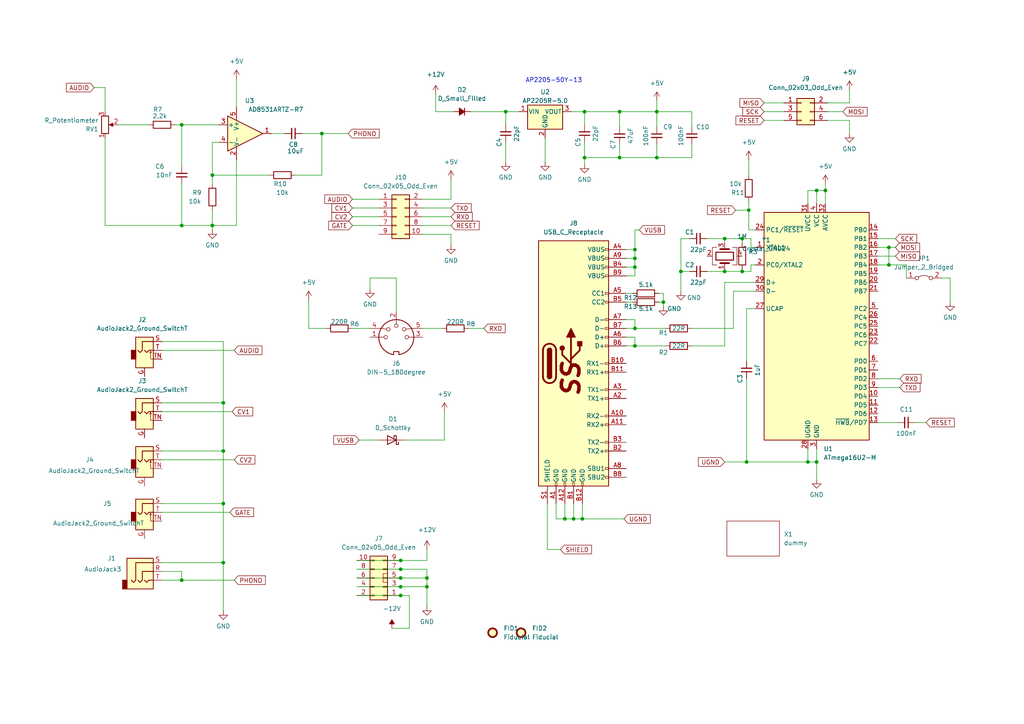
<source format=kicad_sch>
(kicad_sch (version 20211123) (generator eeschema)
  (paper "A4")
  (lib_symbols
    (symbol "Amplifier_Operational:LMH6609MF" (pin_names (offset 0.127))
      (property "Reference" "U" (at -1.27 6.35 0))
      (property "Value" "LMH6609MF" (at -1.27 3.81 0))
      (symbol "LMH6609MF_0_1"
        (polyline (pts (xy -5.08 5.08) (xy 5.08 0) (xy -5.08 -5.08) (xy -5.08 5.08)) (stroke (width 0.254)) (fill (type background)))
        (pin power_in line (at -2.54 -7.62 90) (length 3.81) (name "V-") (number "2"))
        (pin power_in line (at -2.54 7.62 270) (length 3.81) (name "V+") (number "5"))
      )
      (symbol "LMH6609MF_1_1"
        (pin output line (at 7.62 0 180) (length 2.54) (name "~") (number "1"))
        (pin input line (at -7.62 2.54 0) (length 2.54) (name "+") (number "3"))
        (pin input line (at -7.62 -2.54 0) (length 2.54) (name "-") (number "4"))
      )
    )
    (symbol "Connector:AudioJack2_Ground_SwitchT"
      (property "Reference" "J" (at 0 8.89 0))
      (property "Value" "AudioJack2_Ground_SwitchT" (at 0 6.35 0))
      (symbol "AudioJack2_Ground_SwitchT_0_1"
        (rectangle (start -2.54 0) (end -3.81 -2.54) (stroke (width 0.254)) (fill (type outline)))
        (polyline (pts (xy 1.778 -0.254) (xy 2.032 -0.762)))
        (polyline (pts (xy 0 0) (xy 0.635 -0.635) (xy 1.27 0) (xy 2.54 0)) (stroke (width 0.254)))
        (polyline (pts (xy 2.54 -2.54) (xy 1.778 -2.54) (xy 1.778 -0.254) (xy 1.524 -0.762)))
        (polyline (pts (xy 2.54 2.54) (xy -0.635 2.54) (xy -0.635 0) (xy -1.27 -0.635) (xy -1.905 0)) (stroke (width 0.254)))
        (rectangle (start 2.54 3.81) (end -2.54 -5.08) (stroke (width 0.254)) (fill (type background)))
      )
      (symbol "AudioJack2_Ground_SwitchT_1_1"
        (pin passive line (at 0 -7.62 90) (length 2.54) (name "~") (number "G"))
        (pin passive line (at 5.08 2.54 180) (length 2.54) (name "~") (number "S"))
        (pin passive line (at 5.08 0 180) (length 2.54) (name "~") (number "T"))
        (pin passive line (at 5.08 -2.54 180) (length 2.54) (name "~") (number "TN"))
      )
    )
    (symbol "Connector:AudioJack3"
      (property "Reference" "J" (at 0 8.89 0))
      (property "Value" "AudioJack3" (at 0 6.35 0))
      (symbol "AudioJack3_0_1"
        (rectangle (start -5.08 -5.08) (end -6.35 -2.54) (stroke (width 0.254)) (fill (type outline)))
        (polyline (pts (xy 0 -2.54) (xy 0.635 -3.175) (xy 1.27 -2.54) (xy 2.54 -2.54)) (stroke (width 0.254)))
        (polyline (pts (xy -1.905 -2.54) (xy -1.27 -3.175) (xy -0.635 -2.54) (xy -0.635 0) (xy 2.54 0)) (stroke (width 0.254)))
        (polyline (pts (xy 2.54 2.54) (xy -2.54 2.54) (xy -2.54 -2.54) (xy -3.175 -3.175) (xy -3.81 -2.54)) (stroke (width 0.254)))
        (rectangle (start 2.54 3.81) (end -5.08 -5.08) (stroke (width 0.254)) (fill (type background)))
      )
      (symbol "AudioJack3_1_1"
        (pin passive line (at 5.08 0 180) (length 2.54) (name "~") (number "R"))
        (pin passive line (at 5.08 2.54 180) (length 2.54) (name "~") (number "S"))
        (pin passive line (at 5.08 -2.54 180) (length 2.54) (name "~") (number "T"))
      )
    )
    (symbol "Connector:DIN-5_180degree" (pin_names (offset 1.016))
      (property "Reference" "J" (at 3.175 5.715 0))
      (property "Value" "DIN-5_180degree" (at 0 -6.35 0))
      (symbol "DIN-5_180degree_0_1"
        (arc (start -5.08 0) (mid -3.8609 -3.3364) (end -0.762 -5.08) (stroke (width 0.254)))
        (circle (center -3.048 0) (radius 0.508))
        (circle (center -2.286 2.286) (radius 0.508))
        (polyline (pts (xy -5.08 0) (xy -3.556 0)))
        (polyline (pts (xy 0 5.08) (xy 0 3.81)))
        (polyline (pts (xy 5.08 0) (xy 3.556 0)))
        (polyline (pts (xy -5.08 2.54) (xy -4.318 2.54) (xy -2.794 2.286)))
        (polyline (pts (xy 5.08 2.54) (xy 4.318 2.54) (xy 2.794 2.286)))
        (polyline (pts (xy -0.762 -4.953) (xy -0.762 -4.191) (xy 0.762 -4.191) (xy 0.762 -4.953)) (stroke (width 0.254)))
        (circle (center 0 3.302) (radius 0.508))
        (arc (start 0.762 -5.08) (mid 3.8685 -3.343) (end 5.08 0) (stroke (width 0.254)))
        (circle (center 2.286 2.286) (radius 0.508))
        (circle (center 3.048 0) (radius 0.508))
        (arc (start 5.08 0) (mid 0 5.08) (end -5.08 0) (stroke (width 0.254)))
      )
      (symbol "DIN-5_180degree_1_1"
        (pin passive line (at -7.62 0 0) (length 2.54) (name "~") (number "1"))
        (pin passive line (at 0 7.62 270) (length 2.54) (name "~") (number "2"))
        (pin passive line (at 7.62 0 180) (length 2.54) (name "~") (number "3"))
        (pin passive line (at -7.62 2.54 0) (length 2.54) (name "~") (number "4"))
        (pin passive line (at 7.62 2.54 180) (length 2.54) (name "~") (number "5"))
      )
    )
    (symbol "Connector_Generic:Conn_02x03_Odd_Even" (pin_names (offset 1.016) hide)
      (property "Reference" "J" (at 1.27 5.08 0))
      (property "Value" "Conn_02x03_Odd_Even" (at 1.27 -5.08 0))
      (symbol "Conn_02x03_Odd_Even_1_1"
        (rectangle (start -1.27 -2.413) (end 0 -2.667) (stroke (width 0.1524)))
        (rectangle (start -1.27 0.127) (end 0 -0.127) (stroke (width 0.1524)))
        (rectangle (start -1.27 2.667) (end 0 2.413) (stroke (width 0.1524)))
        (rectangle (start -1.27 3.81) (end 3.81 -3.81) (stroke (width 0.254)) (fill (type background)))
        (rectangle (start 3.81 -2.413) (end 2.54 -2.667) (stroke (width 0.1524)))
        (rectangle (start 3.81 0.127) (end 2.54 -0.127) (stroke (width 0.1524)))
        (rectangle (start 3.81 2.667) (end 2.54 2.413) (stroke (width 0.1524)))
        (pin passive line (at -5.08 2.54 0) (length 3.81) (name "Pin_1") (number "1"))
        (pin passive line (at 7.62 2.54 180) (length 3.81) (name "Pin_2") (number "2"))
        (pin passive line (at -5.08 0 0) (length 3.81) (name "Pin_3") (number "3"))
        (pin passive line (at 7.62 0 180) (length 3.81) (name "Pin_4") (number "4"))
        (pin passive line (at -5.08 -2.54 0) (length 3.81) (name "Pin_5") (number "5"))
        (pin passive line (at 7.62 -2.54 180) (length 3.81) (name "Pin_6") (number "6"))
      )
    )
    (symbol "Connector_Generic:Conn_02x05_Odd_Even" (pin_names (offset 1.016) hide)
      (property "Reference" "J" (at 1.27 7.62 0))
      (property "Value" "Conn_02x05_Odd_Even" (at 1.27 -7.62 0))
      (symbol "Conn_02x05_Odd_Even_1_1"
        (rectangle (start -1.27 -4.953) (end 0 -5.207) (stroke (width 0.1524)))
        (rectangle (start -1.27 -2.413) (end 0 -2.667) (stroke (width 0.1524)))
        (rectangle (start -1.27 0.127) (end 0 -0.127) (stroke (width 0.1524)))
        (rectangle (start -1.27 2.667) (end 0 2.413) (stroke (width 0.1524)))
        (rectangle (start -1.27 5.207) (end 0 4.953) (stroke (width 0.1524)))
        (rectangle (start -1.27 6.35) (end 3.81 -6.35) (stroke (width 0.254)) (fill (type background)))
        (rectangle (start 3.81 -4.953) (end 2.54 -5.207) (stroke (width 0.1524)))
        (rectangle (start 3.81 -2.413) (end 2.54 -2.667) (stroke (width 0.1524)))
        (rectangle (start 3.81 0.127) (end 2.54 -0.127) (stroke (width 0.1524)))
        (rectangle (start 3.81 2.667) (end 2.54 2.413) (stroke (width 0.1524)))
        (rectangle (start 3.81 5.207) (end 2.54 4.953) (stroke (width 0.1524)))
        (pin passive line (at -5.08 5.08 0) (length 3.81) (name "Pin_1") (number "1"))
        (pin passive line (at 7.62 -5.08 180) (length 3.81) (name "Pin_10") (number "10"))
        (pin passive line (at 7.62 5.08 180) (length 3.81) (name "Pin_2") (number "2"))
        (pin passive line (at -5.08 2.54 0) (length 3.81) (name "Pin_3") (number "3"))
        (pin passive line (at 7.62 2.54 180) (length 3.81) (name "Pin_4") (number "4"))
        (pin passive line (at -5.08 0 0) (length 3.81) (name "Pin_5") (number "5"))
        (pin passive line (at 7.62 0 180) (length 3.81) (name "Pin_6") (number "6"))
        (pin passive line (at -5.08 -2.54 0) (length 3.81) (name "Pin_7") (number "7"))
        (pin passive line (at 7.62 -2.54 180) (length 3.81) (name "Pin_8") (number "8"))
        (pin passive line (at -5.08 -5.08 0) (length 3.81) (name "Pin_9") (number "9"))
      )
    )
    (symbol "Device:C_Small" (pin_numbers hide) (pin_names (offset 0.254) hide)
      (property "Reference" "C" (at 0.254 1.778 0))
      (property "Value" "C_Small" (at 0.254 -2.032 0))
      (symbol "C_Small_0_1"
        (polyline (pts (xy -1.524 -0.508) (xy 1.524 -0.508)) (stroke (width 0.3302)))
        (polyline (pts (xy -1.524 0.508) (xy 1.524 0.508)) (stroke (width 0.3048)))
      )
      (symbol "C_Small_1_1"
        (pin passive line (at 0 2.54 270) (length 2.032) (name "~") (number "1"))
        (pin passive line (at 0 -2.54 90) (length 2.032) (name "~") (number "2"))
      )
    )
    (symbol "Device:Crystal_GND24" (pin_names (offset 1.016) hide)
      (property "Reference" "Y" (at 3.175 5.08 0))
      (property "Value" "Crystal_GND24" (at 3.175 3.175 0))
      (symbol "Crystal_GND24_0_1"
        (rectangle (start -1.143 2.54) (end 1.143 -2.54) (stroke (width 0.3048)))
        (polyline (pts (xy -2.54 0) (xy -2.032 0)))
        (polyline (pts (xy -2.032 -1.27) (xy -2.032 1.27)) (stroke (width 0.508)))
        (polyline (pts (xy 0 -3.81) (xy 0 -3.556)))
        (polyline (pts (xy 0 3.556) (xy 0 3.81)))
        (polyline (pts (xy 2.032 -1.27) (xy 2.032 1.27)) (stroke (width 0.508)))
        (polyline (pts (xy 2.032 0) (xy 2.54 0)))
        (polyline (pts (xy -2.54 -2.286) (xy -2.54 -3.556) (xy 2.54 -3.556) (xy 2.54 -2.286)))
        (polyline (pts (xy -2.54 2.286) (xy -2.54 3.556) (xy 2.54 3.556) (xy 2.54 2.286)))
      )
      (symbol "Crystal_GND24_1_1"
        (pin passive line (at -3.81 0 0) (length 1.27) (name "1") (number "1"))
        (pin passive line (at 0 5.08 270) (length 1.27) (name "2") (number "2"))
        (pin passive line (at 3.81 0 180) (length 1.27) (name "3") (number "3"))
        (pin passive line (at 0 -5.08 90) (length 1.27) (name "4") (number "4"))
      )
    )
    (symbol "Device:D_Schottky" (pin_numbers hide) (pin_names (offset 1.016) hide)
      (property "Reference" "D" (at 0 2.54 0))
      (property "Value" "D_Schottky" (at 0 -2.54 0))
      (symbol "D_Schottky_0_1"
        (polyline (pts (xy 1.27 0) (xy -1.27 0)))
        (polyline (pts (xy 1.27 1.27) (xy 1.27 -1.27) (xy -1.27 0) (xy 1.27 1.27)) (stroke (width 0.254)))
        (polyline (pts (xy -1.905 0.635) (xy -1.905 1.27) (xy -1.27 1.27) (xy -1.27 -1.27) (xy -0.635 -1.27) (xy -0.635 -0.635)) (stroke (width 0.254)))
      )
      (symbol "D_Schottky_1_1"
        (pin passive line (at -3.81 0 0) (length 2.54) (name "K") (number "1"))
        (pin passive line (at 3.81 0 180) (length 2.54) (name "A") (number "2"))
      )
    )
    (symbol "Device:D_Small_Filled" (pin_numbers hide) (pin_names (offset 0.254) hide)
      (property "Reference" "D" (at -1.27 2.032 0))
      (property "Value" "D_Small_Filled" (at -3.81 -2.032 0))
      (symbol "D_Small_Filled_0_1"
        (polyline (pts (xy -0.762 -1.016) (xy -0.762 1.016)) (stroke (width 0.254)))
        (polyline (pts (xy -0.762 0) (xy 0.762 0)))
        (polyline (pts (xy 0.762 -1.016) (xy -0.762 0) (xy 0.762 1.016) (xy 0.762 -1.016)) (stroke (width 0.254)) (fill (type outline)))
      )
      (symbol "D_Small_Filled_1_1"
        (pin passive line (at -2.54 0 0) (length 1.778) (name "K") (number "1"))
        (pin passive line (at 2.54 0 180) (length 1.778) (name "A") (number "2"))
      )
    )
    (symbol "Device:R" (pin_numbers hide) (pin_names (offset 0))
      (property "Reference" "R" (at 2.032 0 90))
      (property "Value" "R" (at 0 0 90))
      (symbol "R_0_1"
        (rectangle (start -1.016 -2.54) (end 1.016 2.54) (stroke (width 0.254)))
      )
      (symbol "R_1_1"
        (pin passive line (at 0 3.81 270) (length 1.27) (name "~") (number "1"))
        (pin passive line (at 0 -3.81 90) (length 1.27) (name "~") (number "2"))
      )
    )
    (symbol "Device:R_Potentiometer" (pin_names (offset 1.016) hide)
      (property "Reference" "RV" (at -4.445 0 90))
      (property "Value" "R_Potentiometer" (at -2.54 0 90))
      (symbol "R_Potentiometer_0_1"
        (polyline (pts (xy 2.54 0) (xy 1.524 0)))
        (polyline (pts (xy 1.143 0) (xy 2.286 0.508) (xy 2.286 -0.508) (xy 1.143 0)) (fill (type outline)))
        (rectangle (start 1.016 2.54) (end -1.016 -2.54) (stroke (width 0.254)))
      )
      (symbol "R_Potentiometer_1_1"
        (pin passive line (at 0 3.81 270) (length 1.27) (name "1") (number "1"))
        (pin passive line (at 3.81 0 180) (length 1.27) (name "2") (number "2"))
        (pin passive line (at 0 -3.81 90) (length 1.27) (name "3") (number "3"))
      )
    )
    (symbol "GaudiLabsPartsLibrary:USB_C_Receptacle" (pin_names (offset 1.016))
      (property "Reference" "J" (at -10.16 36.83 0))
      (property "Value" "USB_C_Receptacle" (at 10.16 36.83 0))
      (symbol "USB_C_Receptacle_0_0"
        (rectangle (start -5.334 -35.56) (end -4.826 -34.544))
        (rectangle (start -2.794 -35.56) (end -2.286 -34.544))
        (rectangle (start -0.254 -35.56) (end 0.254 -34.544))
        (rectangle (start 2.286 -35.56) (end 2.794 -34.544))
        (rectangle (start 10.16 -32.766) (end 9.144 -33.274))
        (rectangle (start 10.16 -30.226) (end 9.144 -30.734))
        (rectangle (start 10.16 -25.146) (end 9.144 -25.654))
        (rectangle (start 10.16 -22.606) (end 9.144 -23.114))
        (rectangle (start 10.16 -17.526) (end 9.144 -18.034))
        (rectangle (start 10.16 -14.986) (end 9.144 -15.494))
        (rectangle (start 10.16 -9.906) (end 9.144 -10.414))
        (rectangle (start 10.16 -7.366) (end 9.144 -7.874))
        (rectangle (start 10.16 -2.286) (end 9.144 -2.794))
        (rectangle (start 10.16 0.254) (end 9.144 -0.254))
        (rectangle (start 10.16 5.334) (end 9.144 4.826))
        (rectangle (start 10.16 7.874) (end 9.144 7.366))
        (rectangle (start 10.16 10.414) (end 9.144 9.906))
        (rectangle (start 10.16 12.954) (end 9.144 12.446))
        (rectangle (start 10.16 18.034) (end 9.144 17.526))
        (rectangle (start 10.16 20.574) (end 9.144 20.066))
        (rectangle (start 10.16 25.654) (end 9.144 25.146))
        (rectangle (start 10.16 28.194) (end 9.144 27.686))
        (rectangle (start 10.16 30.734) (end 9.144 30.226))
        (rectangle (start 10.16 33.274) (end 9.144 32.766))
        (text "SS" (at -0.762 -4.445 900) (effects (font (size 5.08 5.08) bold italic)))
      )
      (symbol "USB_C_Receptacle_0_1"
        (rectangle (start -10.16 35.56) (end 10.16 -35.56) (stroke (width 0.254)) (fill (type background)))
        (arc (start -8.89 -3.81) (mid -6.985 -5.715) (end -5.08 -3.81) (stroke (width 0.508)))
        (arc (start -7.62 -3.81) (mid -6.985 -4.445) (end -6.35 -3.81) (stroke (width 0.254)))
        (arc (start -7.62 -3.81) (mid -6.985 -4.445) (end -6.35 -3.81) (stroke (width 0.254)) (fill (type outline)))
        (rectangle (start -7.62 -3.81) (end -6.35 3.81) (stroke (width 0.254)) (fill (type outline)))
        (arc (start -6.35 3.81) (mid -6.985 4.445) (end -7.62 3.81) (stroke (width 0.254)))
        (arc (start -6.35 3.81) (mid -6.985 4.445) (end -7.62 3.81) (stroke (width 0.254)) (fill (type outline)))
        (arc (start -5.08 3.81) (mid -6.985 5.715) (end -8.89 3.81) (stroke (width 0.508)))
        (circle (center -3.302 4.445) (radius 0.635) (stroke (width 0.254)) (fill (type outline)))
        (polyline (pts (xy -8.89 -3.81) (xy -8.89 3.81)) (stroke (width 0.508)))
        (polyline (pts (xy -5.08 3.81) (xy -5.08 -3.81)) (stroke (width 0.508)))
        (polyline (pts (xy -0.762 -1.27) (xy -0.762 7.62)) (stroke (width 0.508)))
        (polyline (pts (xy -0.762 0) (xy -3.302 2.54) (xy -3.302 3.81)) (stroke (width 0.508)))
        (polyline (pts (xy -0.762 1.27) (xy 1.778 3.81) (xy 1.778 5.08)) (stroke (width 0.508)))
        (polyline (pts (xy -2.032 7.62) (xy -0.762 10.16) (xy 0.508 7.62) (xy -2.032 7.62)) (stroke (width 0.254)) (fill (type outline)))
        (rectangle (start 1.143 5.08) (end 2.413 6.35) (stroke (width 0.254)) (fill (type outline)))
      )
      (symbol "USB_C_Receptacle_1_1"
        (pin power_in line (at -5.08 -40.64 90) (length 5.08) (name "GND") (number "A1"))
        (pin bidirectional line (at 15.24 -15.24 180) (length 5.08) (name "RX2-") (number "A10"))
        (pin bidirectional line (at 15.24 -17.78 180) (length 5.08) (name "RX2+") (number "A11"))
        (pin power_in line (at -2.54 -40.64 90) (length 5.08) (name "GND") (number "A12"))
        (pin bidirectional line (at 15.24 -10.16 180) (length 5.08) (name "TX1+") (number "A2"))
        (pin bidirectional line (at 15.24 -7.62 180) (length 5.08) (name "TX1-") (number "A3"))
        (pin power_in line (at 15.24 33.02 180) (length 5.08) (name "VBUS") (number "A4"))
        (pin bidirectional line (at 15.24 20.32 180) (length 5.08) (name "CC1") (number "A5"))
        (pin bidirectional line (at 15.24 7.62 180) (length 5.08) (name "D+") (number "A6"))
        (pin bidirectional line (at 15.24 12.7 180) (length 5.08) (name "D-") (number "A7"))
        (pin bidirectional line (at 15.24 -30.48 180) (length 5.08) (name "SBU1") (number "A8"))
        (pin power_in line (at 15.24 30.48 180) (length 5.08) (name "VBUS") (number "A9"))
        (pin power_in line (at 0 -40.64 90) (length 5.08) (name "GND") (number "B1"))
        (pin bidirectional line (at 15.24 0 180) (length 5.08) (name "RX1-") (number "B10"))
        (pin bidirectional line (at 15.24 -2.54 180) (length 5.08) (name "RX1+") (number "B11"))
        (pin power_in line (at 2.54 -40.64 90) (length 5.08) (name "GND") (number "B12"))
        (pin bidirectional line (at 15.24 -25.4 180) (length 5.08) (name "TX2+") (number "B2"))
        (pin bidirectional line (at 15.24 -22.86 180) (length 5.08) (name "TX2-") (number "B3"))
        (pin power_in line (at 15.24 27.94 180) (length 5.08) (name "VBUS") (number "B4"))
        (pin bidirectional line (at 15.24 17.78 180) (length 5.08) (name "CC2") (number "B5"))
        (pin bidirectional line (at 15.24 5.08 180) (length 5.08) (name "D+") (number "B6"))
        (pin bidirectional line (at 15.24 10.16 180) (length 5.08) (name "D-") (number "B7"))
        (pin bidirectional line (at 15.24 -33.02 180) (length 5.08) (name "SBU2") (number "B8"))
        (pin power_in line (at 15.24 25.4 180) (length 5.08) (name "VBUS") (number "B9"))
        (pin passive line (at -7.62 -40.64 90) (length 5.08) (name "SHIELD") (number "S1"))
      )
    )
    (symbol "GaudiLabs_New_Library:dummy"
      (property "Reference" "X" (at -6.35 6.35 0))
      (property "Value" "dummy" (at 0 -6.35 0))
      (symbol "dummy_0_1"
        (rectangle (start -7.62 5.08) (end 7.62 -5.08))
      )
    )
    (symbol "Jumper:Jumper_2_Bridged" (pin_names (offset 0) hide)
      (property "Reference" "JP" (at 0 1.905 0))
      (property "Value" "Jumper_2_Bridged" (at 0 -2.54 0))
      (symbol "Jumper_2_Bridged_0_0"
        (circle (center -2.032 0) (radius 0.508))
        (circle (center 2.032 0) (radius 0.508))
      )
      (symbol "Jumper_2_Bridged_0_1"
        (arc (start 1.524 0.254) (mid 0 0.762) (end -1.524 0.254))
      )
      (symbol "Jumper_2_Bridged_1_1"
        (pin passive line (at -5.08 0 0) (length 2.54) (name "A") (number "1"))
        (pin passive line (at 5.08 0 180) (length 2.54) (name "B") (number "2"))
      )
    )
    (symbol "MCU_Microchip_ATmega:ATmega16U2-M"
      (property "Reference" "U" (at -15.24 34.29 0))
      (property "Value" "ATmega16U2-M" (at 2.54 -34.29 0))
      (symbol "ATmega16U2-M_0_1"
        (rectangle (start -15.24 -33.02) (end 15.24 33.02) (stroke (width 0.254)) (fill (type background)))
      )
      (symbol "ATmega16U2-M_1_1"
        (pin input line (at -17.78 22.86 0) (length 2.54) (name "XTAL1") (number "1"))
        (pin bidirectional line (at 17.78 -20.32 180) (length 2.54) (name "PD4") (number "10"))
        (pin bidirectional line (at 17.78 -22.86 180) (length 2.54) (name "PD5") (number "11"))
        (pin bidirectional line (at 17.78 -25.4 180) (length 2.54) (name "PD6") (number "12"))
        (pin bidirectional line (at 17.78 -27.94 180) (length 2.54) (name "~{HWB}/PD7") (number "13"))
        (pin bidirectional line (at 17.78 27.94 180) (length 2.54) (name "PB0") (number "14"))
        (pin bidirectional line (at 17.78 25.4 180) (length 2.54) (name "PB1") (number "15"))
        (pin bidirectional line (at 17.78 22.86 180) (length 2.54) (name "PB2") (number "16"))
        (pin bidirectional line (at 17.78 20.32 180) (length 2.54) (name "PB3") (number "17"))
        (pin bidirectional line (at 17.78 17.78 180) (length 2.54) (name "PB4") (number "18"))
        (pin bidirectional line (at 17.78 15.24 180) (length 2.54) (name "PB5") (number "19"))
        (pin bidirectional line (at -17.78 17.78 0) (length 2.54) (name "PC0/XTAL2") (number "2"))
        (pin bidirectional line (at 17.78 12.7 180) (length 2.54) (name "PB6") (number "20"))
        (pin bidirectional line (at 17.78 10.16 180) (length 2.54) (name "PB7") (number "21"))
        (pin bidirectional line (at 17.78 -5.08 180) (length 2.54) (name "PC7") (number "22"))
        (pin bidirectional line (at 17.78 -2.54 180) (length 2.54) (name "PC6") (number "23"))
        (pin bidirectional line (at -17.78 27.94 0) (length 2.54) (name "PC1/~{RESET}") (number "24"))
        (pin bidirectional line (at 17.78 0 180) (length 2.54) (name "PC5") (number "25"))
        (pin bidirectional line (at 17.78 2.54 180) (length 2.54) (name "PC4") (number "26"))
        (pin passive line (at -17.78 5.08 0) (length 2.54) (name "UCAP") (number "27"))
        (pin power_in line (at -2.54 -35.56 90) (length 2.54) (name "UGND") (number "28"))
        (pin bidirectional line (at -17.78 12.7 0) (length 2.54) (name "D+") (number "29"))
        (pin power_in line (at 0 -35.56 90) (length 2.54) (name "GND") (number "3"))
        (pin bidirectional line (at -17.78 10.16 0) (length 2.54) (name "D-") (number "30"))
        (pin power_in line (at -2.54 35.56 270) (length 2.54) (name "UVCC") (number "31"))
        (pin power_in line (at 2.54 35.56 270) (length 2.54) (name "AVCC") (number "32"))
        (pin passive line (at 0 -35.56 90) (length 2.54) hide (name "GND") (number "33"))
        (pin power_in line (at 0 35.56 270) (length 2.54) (name "VCC") (number "4"))
        (pin bidirectional line (at 17.78 5.08 180) (length 2.54) (name "PC2") (number "5"))
        (pin bidirectional line (at 17.78 -10.16 180) (length 2.54) (name "PD0") (number "6"))
        (pin bidirectional line (at 17.78 -12.7 180) (length 2.54) (name "PD1") (number "7"))
        (pin bidirectional line (at 17.78 -15.24 180) (length 2.54) (name "PD2") (number "8"))
        (pin bidirectional line (at 17.78 -17.78 180) (length 2.54) (name "PD3") (number "9"))
      )
    )
    (symbol "Mechanical:Fiducial"
      (property "Reference" "FID" (at 0 5.08 0))
      (property "Value" "Fiducial" (at 0 3.175 0))
      (symbol "Fiducial_0_1"
        (circle (center 0 0) (radius 1.27) (stroke (width 0.508)) (fill (type background)))
      )
    )
    (symbol "Regulator_Linear:AP2204R-5.0" (pin_names (offset 0.254))
      (property "Reference" "U" (at -5.08 3.175 0))
      (property "Value" "AP2204R-5.0" (at 0 3.175 0))
      (symbol "AP2204R-5.0_0_1"
        (rectangle (start -5.08 1.905) (end 5.08 -5.08) (stroke (width 0.254)) (fill (type background)))
      )
      (symbol "AP2204R-5.0_1_1"
        (pin power_in line (at -7.62 0 0) (length 2.54) (name "VIN") (number "1"))
        (pin power_in line (at 0 -7.62 90) (length 2.54) (name "GND") (number "2"))
        (pin power_out line (at 7.62 0 180) (length 2.54) (name "VOUT") (number "3"))
      )
    )
    (symbol "power:+12V" (power) (pin_names (offset 0))
      (property "Value" "+12V" (at 0 3.556 0))
      (symbol "+12V_0_1"
        (polyline (pts (xy -0.762 1.27) (xy 0 2.54)))
        (polyline (pts (xy 0 0) (xy 0 2.54)))
        (polyline (pts (xy 0 2.54) (xy 0.762 1.27)))
      )
      (symbol "+12V_1_1"
        (pin power_in line (at 0 0 90) (length 0) hide (name "+12V") (number "1"))
      )
    )
    (symbol "power:+5V" (power) (pin_names (offset 0))
      (property "Value" "+5V" (at 0 3.556 0))
      (symbol "+5V_0_1"
        (polyline (pts (xy -0.762 1.27) (xy 0 2.54)))
        (polyline (pts (xy 0 0) (xy 0 2.54)))
        (polyline (pts (xy 0 2.54) (xy 0.762 1.27)))
      )
      (symbol "+5V_1_1"
        (pin power_in line (at 0 0 90) (length 0) hide (name "+5V") (number "1"))
      )
    )
    (symbol "power:-12V" (power) (pin_names (offset 0))
      (property "Value" "-12V" (at 0 3.81 0))
      (symbol "-12V_0_0"
        (pin power_in line (at 0 0 90) (length 0) hide (name "-12V") (number "1"))
      )
      (symbol "-12V_0_1"
        (polyline (pts (xy 0 0) (xy 0 1.27) (xy 0.762 1.27) (xy 0 2.54) (xy -0.762 1.27) (xy 0 1.27)) (fill (type outline)))
      )
    )
    (symbol "power:GND" (power) (pin_names (offset 0))
      (property "Value" "GND" (at 0 -3.81 0))
      (symbol "GND_0_1"
        (polyline (pts (xy 0 0) (xy 0 -1.27) (xy 1.27 -1.27) (xy 0 -2.54) (xy -1.27 -1.27) (xy 0 -1.27)))
      )
      (symbol "GND_1_1"
        (pin power_in line (at 0 0 270) (length 0) hide (name "GND") (number "1"))
      )
    )
  )
  (junction (at 215.265 78.74))
  (junction (at 257.81 76.835))
  (junction (at 116.205 165.1))
  (junction (at 216.535 133.985))
  (junction (at 234.315 133.985))
  (junction (at 184.15 95.25))
  (junction (at 116.205 170.18))
  (junction (at 197.485 78.74))
  (junction (at 116.205 167.64))
  (junction (at 168.91 150.495))
  (junction (at 52.705 168.275))
  (junction (at 239.395 55.245))
  (junction (at 215.265 69.215))
  (junction (at 217.17 60.96))
  (junction (at 179.705 45.72))
  (junction (at 210.185 78.74))
  (junction (at 123.825 170.18))
  (junction (at 64.77 163.195))
  (junction (at 93.345 38.735))
  (junction (at 236.855 133.985))
  (junction (at 192.405 87.63))
  (junction (at 257.81 71.755))
  (junction (at 163.83 150.495))
  (junction (at 190.5 45.72))
  (junction (at 116.205 172.72))
  (junction (at 184.15 74.93))
  (junction (at 61.595 50.8))
  (junction (at 64.77 146.05))
  (junction (at 61.595 65.405))
  (junction (at 184.15 72.39))
  (junction (at 166.37 150.495))
  (junction (at 169.545 45.72))
  (junction (at 64.77 130.81))
  (junction (at 52.705 36.195))
  (junction (at 184.15 77.47))
  (junction (at 210.185 69.215))
  (junction (at 179.705 32.385))
  (junction (at 236.855 55.245))
  (junction (at 169.545 32.385))
  (junction (at 146.685 32.385))
  (junction (at 116.205 162.56))
  (junction (at 64.77 116.84))
  (junction (at 123.825 167.64))
  (junction (at 52.705 65.405))
  (junction (at 184.15 100.33))
  (junction (at 190.5 32.385))
  (wire (pts (xy 123.825 170.18) (xy 123.825 167.64)))
  (wire (pts (xy 197.485 69.215) (xy 197.485 78.74)))
  (wire (pts (xy 212.725 95.25) (xy 212.725 84.455)))
  (wire (pts (xy 46.99 168.275) (xy 52.705 168.275)))
  (wire (pts (xy 190.5 32.385) (xy 190.5 36.83)))
  (wire (pts (xy 210.185 81.915) (xy 210.185 100.33)))
  (wire (pts (xy 234.315 133.985) (xy 236.855 133.985)))
  (wire (pts (xy 102.235 95.25) (xy 107.315 95.25)))
  (wire (pts (xy 61.595 60.96) (xy 61.595 65.405)))
  (wire (pts (xy 190.5 32.385) (xy 200.66 32.385)))
  (wire (pts (xy 46.99 119.38) (xy 67.31 119.38)))
  (wire (pts (xy 30.48 25.4) (xy 30.48 32.385)))
  (wire (pts (xy 146.685 32.385) (xy 150.495 32.385)))
  (wire (pts (xy 217.17 60.96) (xy 217.17 66.675)))
  (wire (pts (xy 219.075 76.835) (xy 217.805 76.835)))
  (wire (pts (xy 122.555 95.25) (xy 128.27 95.25)))
  (wire (pts (xy 50.8 36.195) (xy 52.705 36.195)))
  (wire (pts (xy 103.505 167.64) (xy 116.205 167.64)))
  (wire (pts (xy 165.735 32.385) (xy 169.545 32.385)))
  (wire (pts (xy 89.535 86.995) (xy 89.535 95.25)))
  (wire (pts (xy 131.445 32.385) (xy 126.365 32.385)))
  (wire (pts (xy 217.805 71.755) (xy 219.075 71.755)))
  (wire (pts (xy 184.15 77.47) (xy 184.15 80.01)))
  (wire (pts (xy 181.61 77.47) (xy 184.15 77.47)))
  (wire (pts (xy 239.395 53.34) (xy 239.395 55.245)))
  (wire (pts (xy 64.77 163.195) (xy 64.77 177.165)))
  (wire (pts (xy 234.315 59.055) (xy 234.315 55.245)))
  (wire (pts (xy 221.615 34.925) (xy 227.33 34.925)))
  (wire (pts (xy 169.545 41.275) (xy 169.545 45.72)))
  (wire (pts (xy 236.855 55.245) (xy 239.395 55.245)))
  (wire (pts (xy 27.305 25.4) (xy 30.48 25.4)))
  (wire (pts (xy 236.855 133.985) (xy 236.855 139.065)))
  (wire (pts (xy 246.38 34.925) (xy 240.03 34.925)))
  (wire (pts (xy 118.745 182.245) (xy 118.745 172.72)))
  (wire (pts (xy 116.205 170.18) (xy 123.825 170.18)))
  (wire (pts (xy 61.595 50.8) (xy 61.595 53.34)))
  (wire (pts (xy 130.81 71.12) (xy 130.81 67.945)))
  (polyline (pts (xy 112.395 166.37) (xy 111.125 166.37)) (stroke (width 0) (type solid) (color 164 0 10 1)))
  (wire (pts (xy 215.265 69.215) (xy 215.265 70.485)))
  (wire (pts (xy 168.91 150.495) (xy 180.975 150.495)))
  (wire (pts (xy 46.99 165.735) (xy 52.705 165.735)))
  (wire (pts (xy 114.935 80.645) (xy 114.935 90.17)))
  (wire (pts (xy 122.555 65.405) (xy 130.81 65.405)))
  (wire (pts (xy 246.38 29.845) (xy 246.38 26.035)))
  (wire (pts (xy 181.61 97.79) (xy 184.15 97.79)))
  (wire (pts (xy 184.15 97.79) (xy 184.15 100.33)))
  (wire (pts (xy 234.315 133.985) (xy 234.315 130.175)))
  (wire (pts (xy 128.905 127.635) (xy 117.475 127.635)))
  (wire (pts (xy 107.315 80.645) (xy 114.935 80.645)))
  (wire (pts (xy 215.265 69.215) (xy 217.805 69.215)))
  (wire (pts (xy 104.14 127.635) (xy 109.855 127.635)))
  (wire (pts (xy 179.705 45.72) (xy 190.5 45.72)))
  (wire (pts (xy 30.48 65.405) (xy 52.705 65.405)))
  (wire (pts (xy 68.58 46.355) (xy 68.58 65.405)))
  (wire (pts (xy 234.315 55.245) (xy 236.855 55.245)))
  (wire (pts (xy 219.075 81.915) (xy 210.185 81.915)))
  (wire (pts (xy 46.99 133.35) (xy 67.945 133.35)))
  (wire (pts (xy 64.77 130.81) (xy 64.77 146.05)))
  (wire (pts (xy 254.635 74.295) (xy 259.715 74.295)))
  (wire (pts (xy 219.075 89.535) (xy 216.535 89.535)))
  (wire (pts (xy 181.61 87.63) (xy 183.515 87.63)))
  (wire (pts (xy 239.395 55.245) (xy 239.395 59.055)))
  (wire (pts (xy 89.535 95.25) (xy 94.615 95.25)))
  (wire (pts (xy 257.81 71.755) (xy 257.81 76.835)))
  (wire (pts (xy 192.405 88.9) (xy 192.405 87.63)))
  (wire (pts (xy 197.485 69.215) (xy 200.025 69.215)))
  (wire (pts (xy 103.505 165.1) (xy 116.205 165.1)))
  (wire (pts (xy 161.29 146.05) (xy 161.29 150.495)))
  (wire (pts (xy 116.205 165.1) (xy 123.825 165.1)))
  (wire (pts (xy 168.91 146.05) (xy 168.91 150.495)))
  (wire (pts (xy 30.48 40.005) (xy 30.48 65.405)))
  (wire (pts (xy 246.38 38.735) (xy 246.38 34.925)))
  (wire (pts (xy 68.58 22.86) (xy 68.58 31.115)))
  (wire (pts (xy 217.17 58.42) (xy 217.17 60.96)))
  (wire (pts (xy 181.61 74.93) (xy 184.15 74.93)))
  (wire (pts (xy 158.115 40.005) (xy 158.115 46.99)))
  (wire (pts (xy 181.61 95.25) (xy 184.15 95.25)))
  (wire (pts (xy 216.535 133.985) (xy 234.315 133.985)))
  (wire (pts (xy 113.665 182.245) (xy 118.745 182.245)))
  (wire (pts (xy 161.29 150.495) (xy 163.83 150.495)))
  (wire (pts (xy 240.03 29.845) (xy 246.38 29.845)))
  (wire (pts (xy 61.595 50.8) (xy 78.105 50.8)))
  (wire (pts (xy 210.185 70.485) (xy 210.185 69.215)))
  (wire (pts (xy 102.235 60.325) (xy 109.855 60.325)))
  (wire (pts (xy 273.05 80.645) (xy 275.59 80.645)))
  (wire (pts (xy 184.15 74.93) (xy 184.15 77.47)))
  (wire (pts (xy 102.235 57.785) (xy 109.855 57.785)))
  (wire (pts (xy 205.105 69.215) (xy 210.185 69.215)))
  (wire (pts (xy 184.15 100.33) (xy 193.04 100.33)))
  (wire (pts (xy 64.77 99.06) (xy 64.77 116.84)))
  (wire (pts (xy 146.685 36.195) (xy 146.685 32.385)))
  (wire (pts (xy 46.99 146.05) (xy 64.77 146.05)))
  (wire (pts (xy 262.89 76.835) (xy 262.89 80.645)))
  (wire (pts (xy 217.17 66.675) (xy 219.075 66.675)))
  (wire (pts (xy 200.66 95.25) (xy 212.725 95.25)))
  (wire (pts (xy 158.75 159.385) (xy 158.75 146.05)))
  (wire (pts (xy 185.42 66.675) (xy 184.15 66.675)))
  (wire (pts (xy 162.56 159.385) (xy 158.75 159.385)))
  (wire (pts (xy 163.83 150.495) (xy 166.37 150.495)))
  (wire (pts (xy 130.81 52.07) (xy 130.81 57.785)))
  (wire (pts (xy 217.805 69.215) (xy 217.805 71.755)))
  (wire (pts (xy 116.205 167.64) (xy 123.825 167.64)))
  (wire (pts (xy 184.15 92.71) (xy 181.61 92.71)))
  (wire (pts (xy 184.15 66.675) (xy 184.15 72.39)))
  (wire (pts (xy 210.185 133.985) (xy 216.535 133.985)))
  (wire (pts (xy 181.61 85.09) (xy 183.515 85.09)))
  (polyline (pts (xy 111.125 168.91) (xy 112.395 168.91)) (stroke (width 0) (type solid) (color 149 12 9 1)))
  (wire (pts (xy 275.59 80.645) (xy 275.59 87.63)))
  (wire (pts (xy 200.66 45.72) (xy 200.66 41.91)))
  (wire (pts (xy 146.685 41.275) (xy 146.685 46.99)))
  (wire (pts (xy 169.545 32.385) (xy 179.705 32.385)))
  (wire (pts (xy 169.545 32.385) (xy 169.545 36.195)))
  (wire (pts (xy 217.805 76.835) (xy 217.805 78.74)))
  (wire (pts (xy 123.825 159.385) (xy 123.825 162.56)))
  (wire (pts (xy 46.99 130.81) (xy 64.77 130.81)))
  (wire (pts (xy 179.705 45.72) (xy 179.705 41.91)))
  (wire (pts (xy 46.99 101.6) (xy 67.945 101.6)))
  (wire (pts (xy 236.855 130.175) (xy 236.855 133.985)))
  (wire (pts (xy 52.705 65.405) (xy 61.595 65.405)))
  (wire (pts (xy 136.525 32.385) (xy 146.685 32.385)))
  (wire (pts (xy 169.545 45.72) (xy 169.545 47.625)))
  (wire (pts (xy 216.535 109.855) (xy 216.535 133.985)))
  (wire (pts (xy 257.81 76.835) (xy 262.89 76.835)))
  (wire (pts (xy 265.43 122.555) (xy 268.605 122.555)))
  (wire (pts (xy 179.705 32.385) (xy 179.705 36.83)))
  (wire (pts (xy 190.5 45.72) (xy 200.66 45.72)))
  (wire (pts (xy 116.205 172.72) (xy 118.745 172.72)))
  (wire (pts (xy 68.58 65.405) (xy 61.595 65.405)))
  (wire (pts (xy 240.03 32.385) (xy 244.475 32.385)))
  (wire (pts (xy 166.37 146.05) (xy 166.37 150.495)))
  (wire (pts (xy 61.595 65.405) (xy 61.595 66.675)))
  (wire (pts (xy 107.315 83.82) (xy 107.315 80.645)))
  (wire (pts (xy 103.505 162.56) (xy 116.205 162.56)))
  (wire (pts (xy 93.345 38.735) (xy 93.345 50.8)))
  (wire (pts (xy 254.635 76.835) (xy 257.81 76.835)))
  (wire (pts (xy 181.61 72.39) (xy 184.15 72.39)))
  (wire (pts (xy 46.99 148.59) (xy 66.675 148.59)))
  (wire (pts (xy 216.535 89.535) (xy 216.535 104.775)))
  (wire (pts (xy 34.29 36.195) (xy 43.18 36.195)))
  (wire (pts (xy 197.485 78.74) (xy 200.025 78.74)))
  (wire (pts (xy 215.265 78.105) (xy 215.265 78.74)))
  (wire (pts (xy 236.855 59.055) (xy 236.855 55.245)))
  (wire (pts (xy 103.505 170.18) (xy 116.205 170.18)))
  (wire (pts (xy 212.725 84.455) (xy 219.075 84.455)))
  (wire (pts (xy 128.905 119.38) (xy 128.905 127.635)))
  (wire (pts (xy 116.205 162.56) (xy 123.825 162.56)))
  (wire (pts (xy 130.81 67.945) (xy 122.555 67.945)))
  (wire (pts (xy 210.185 78.74) (xy 215.265 78.74)))
  (wire (pts (xy 179.705 32.385) (xy 190.5 32.385)))
  (wire (pts (xy 254.635 71.755) (xy 257.81 71.755)))
  (wire (pts (xy 169.545 45.72) (xy 179.705 45.72)))
  (wire (pts (xy 46.99 116.84) (xy 64.77 116.84)))
  (wire (pts (xy 52.705 168.275) (xy 67.945 168.275)))
  (wire (pts (xy 210.185 69.215) (xy 215.265 69.215)))
  (wire (pts (xy 46.99 163.195) (xy 64.77 163.195)))
  (wire (pts (xy 257.81 71.755) (xy 259.715 71.755)))
  (wire (pts (xy 87.63 38.735) (xy 93.345 38.735)))
  (wire (pts (xy 184.15 95.25) (xy 184.15 92.71)))
  (wire (pts (xy 200.66 36.83) (xy 200.66 32.385)))
  (wire (pts (xy 210.185 78.105) (xy 210.185 78.74)))
  (wire (pts (xy 192.405 87.63) (xy 192.405 85.09)))
  (wire (pts (xy 102.235 62.865) (xy 109.855 62.865)))
  (wire (pts (xy 103.505 172.72) (xy 116.205 172.72)))
  (wire (pts (xy 190.5 45.72) (xy 190.5 41.91)))
  (wire (pts (xy 126.365 32.385) (xy 126.365 27.305)))
  (wire (pts (xy 215.265 78.74) (xy 217.805 78.74)))
  (wire (pts (xy 61.595 41.275) (xy 61.595 50.8)))
  (wire (pts (xy 254.635 112.395) (xy 260.985 112.395)))
  (wire (pts (xy 210.185 100.33) (xy 200.66 100.33)))
  (polyline (pts (xy 111.125 166.37) (xy 111.125 168.91)) (stroke (width 0) (type solid) (color 162 0 16 1)))
  (wire (pts (xy 46.99 99.06) (xy 64.77 99.06)))
  (wire (pts (xy 190.5 32.385) (xy 190.5 29.21)))
  (wire (pts (xy 254.635 69.215) (xy 259.715 69.215)))
  (wire (pts (xy 130.81 57.785) (xy 122.555 57.785)))
  (wire (pts (xy 205.105 78.74) (xy 210.185 78.74)))
  (wire (pts (xy 52.705 36.195) (xy 52.705 48.26)))
  (wire (pts (xy 135.89 95.25) (xy 140.335 95.25)))
  (wire (pts (xy 254.635 122.555) (xy 260.35 122.555)))
  (wire (pts (xy 221.615 29.845) (xy 227.33 29.845)))
  (wire (pts (xy 93.345 50.8) (xy 85.725 50.8)))
  (wire (pts (xy 191.135 87.63) (xy 192.405 87.63)))
  (wire (pts (xy 64.77 146.05) (xy 64.77 163.195)))
  (wire (pts (xy 163.83 146.05) (xy 163.83 150.495)))
  (wire (pts (xy 123.825 175.895) (xy 123.825 170.18)))
  (wire (pts (xy 213.36 60.96) (xy 217.17 60.96)))
  (wire (pts (xy 217.17 46.355) (xy 217.17 50.8)))
  (wire (pts (xy 166.37 150.495) (xy 168.91 150.495)))
  (wire (pts (xy 192.405 85.09) (xy 191.135 85.09)))
  (wire (pts (xy 181.61 100.33) (xy 184.15 100.33)))
  (wire (pts (xy 63.5 41.275) (xy 61.595 41.275)))
  (wire (pts (xy 64.77 116.84) (xy 64.77 130.81)))
  (wire (pts (xy 122.555 60.325) (xy 130.81 60.325)))
  (wire (pts (xy 123.825 167.64) (xy 123.825 165.1)))
  (wire (pts (xy 52.705 165.735) (xy 52.705 168.275)))
  (wire (pts (xy 221.615 32.385) (xy 227.33 32.385)))
  (wire (pts (xy 184.15 80.01) (xy 181.61 80.01)))
  (wire (pts (xy 197.485 84.455) (xy 197.485 78.74)))
  (wire (pts (xy 93.345 38.735) (xy 100.965 38.735)))
  (wire (pts (xy 122.555 62.865) (xy 130.81 62.865)))
  (wire (pts (xy 52.705 53.34) (xy 52.705 65.405)))
  (wire (pts (xy 184.15 72.39) (xy 184.15 74.93)))
  (wire (pts (xy 102.235 65.405) (xy 109.855 65.405)))
  (wire (pts (xy 78.74 38.735) (xy 82.55 38.735)))
  (wire (pts (xy 193.04 95.25) (xy 184.15 95.25)))
  (wire (pts (xy 52.705 36.195) (xy 63.5 36.195)))
  (wire (pts (xy 254.635 109.855) (xy 260.985 109.855)))
  (text "AZ1117CR-5.0TRG1" (at 154.94 -5.715 0) (effects (font (size 1.27 1.27)) (justify left bottom)))
  (text "AP2205-50Y-13" (at 152.4 24.13 0) (effects (font (size 1.27 1.27)) (justify left bottom)))
  (global_label "RESET" (shape input) (at 221.615 34.925 180) (property "Intersheet References" "${INTERSHEET_REFS}" (effects hide)))
  (global_label "SCK" (shape input) (at 259.715 69.215 0) (property "Intersheet References" "${INTERSHEET_REFS}" (effects hide)))
  (global_label "CV1" (shape input) (at 102.235 60.325 180) (property "Intersheet References" "${INTERSHEET_REFS}" (effects hide)))
  (global_label "UGND" (shape input) (at 210.185 133.985 180) (property "Intersheet References" "${INTERSHEET_REFS}" (effects hide)))
  (global_label "CV2" (shape input) (at 67.945 133.35 0) (property "Intersheet References" "${INTERSHEET_REFS}" (effects hide)))
  (global_label "RESET" (shape input) (at 130.81 65.405 0) (property "Intersheet References" "${INTERSHEET_REFS}" (effects hide)))
  (global_label "AUDIO" (shape input) (at 27.305 25.4 180) (property "Intersheet References" "${INTERSHEET_REFS}" (effects hide)))
  (global_label "RXD" (shape input) (at 260.985 109.855 0) (property "Intersheet References" "${INTERSHEET_REFS}" (effects hide)))
  (global_label "MISO" (shape input) (at 221.615 29.845 180) (property "Intersheet References" "${INTERSHEET_REFS}" (effects hide)))
  (global_label "PHONO" (shape input) (at 100.965 38.735 0) (property "Intersheet References" "${INTERSHEET_REFS}" (effects hide)))
  (global_label "AUDIO" (shape input) (at 102.235 57.785 180) (property "Intersheet References" "${INTERSHEET_REFS}" (effects hide)))
  (global_label "MOSI" (shape input) (at 244.475 32.385 0) (property "Intersheet References" "${INTERSHEET_REFS}" (effects hide)))
  (global_label "CV1" (shape input) (at 67.31 119.38 0) (property "Intersheet References" "${INTERSHEET_REFS}" (effects hide)))
  (global_label "PHONO" (shape input) (at 67.945 168.275 0) (property "Intersheet References" "${INTERSHEET_REFS}" (effects hide)))
  (global_label "RXD" (shape input) (at 130.81 62.865 0) (property "Intersheet References" "${INTERSHEET_REFS}" (effects hide)))
  (global_label "TXD" (shape input) (at 130.81 60.325 0) (property "Intersheet References" "${INTERSHEET_REFS}" (effects hide)))
  (global_label "GATE" (shape input) (at 66.675 148.59 0) (property "Intersheet References" "${INTERSHEET_REFS}" (effects hide)))
  (global_label "SHIELD" (shape input) (at 162.56 159.385 0) (property "Intersheet References" "${INTERSHEET_REFS}" (effects hide)))
  (global_label "MOSI" (shape input) (at 259.715 71.755 0) (property "Intersheet References" "${INTERSHEET_REFS}" (effects hide)))
  (global_label "UGND" (shape input) (at 180.975 150.495 0) (property "Intersheet References" "${INTERSHEET_REFS}" (effects hide)))
  (global_label "TXD" (shape input) (at 260.985 112.395 0) (property "Intersheet References" "${INTERSHEET_REFS}" (effects hide)))
  (global_label "RESET" (shape input) (at 268.605 122.555 0) (property "Intersheet References" "${INTERSHEET_REFS}" (effects hide)))
  (global_label "RESET" (shape input) (at 213.36 60.96 180) (property "Intersheet References" "${INTERSHEET_REFS}" (effects hide)))
  (global_label "RXD" (shape input) (at 140.335 95.25 0) (property "Intersheet References" "${INTERSHEET_REFS}" (effects hide)))
  (global_label "AUDIO" (shape input) (at 67.945 101.6 0) (property "Intersheet References" "${INTERSHEET_REFS}" (effects hide)))
  (global_label "VUSB" (shape input) (at 104.14 127.635 180) (property "Intersheet References" "${INTERSHEET_REFS}" (effects hide)))
  (global_label "CV2" (shape input) (at 102.235 62.865 180) (property "Intersheet References" "${INTERSHEET_REFS}" (effects hide)))
  (global_label "GATE" (shape input) (at 102.235 65.405 180) (property "Intersheet References" "${INTERSHEET_REFS}" (effects hide)))
  (global_label "VUSB" (shape input) (at 185.42 66.675 0) (property "Intersheet References" "${INTERSHEET_REFS}" (effects hide)))
  (global_label "MISO" (shape input) (at 259.715 74.295 0) (property "Intersheet References" "${INTERSHEET_REFS}" (effects hide)))
  (global_label "SCK" (shape input) (at 221.615 32.385 180) (property "Intersheet References" "${INTERSHEET_REFS}" (effects hide)))
  (symbol (lib_id "power:+5V") (at 89.535 86.995 0) (unit 1)
    (property "Reference" "#PWR0109" (effects hide))
    (property "Value" "+5V" (at 89.535 81.915 0))
  )
  (symbol (lib_id "Device:C_Small") (at 262.89 122.555 270) (unit 1)
    (property "Reference" "C11" (at 262.89 118.745 90))
    (property "Value" "100nF" (at 262.89 125.73 90))
    (property "Footprint" "Capacitor_SMD:C_0603_1608Metric" (effects hide))
  )
  (symbol (lib_id "power:GND") (at 123.825 175.895 0) (unit 1)
    (property "Reference" "#PWR0118" (effects hide))
    (property "Value" "GND" (at 123.825 180.34 0))
  )
  (symbol (lib_id "Device:R") (at 132.08 95.25 270) (unit 1)
    (property "Reference" "R8" (at 136.525 93.98 90))
    (property "Value" "220R" (at 132.08 93.345 90))
    (property "Footprint" "Resistor_SMD:R_0603_1608Metric" (effects hide))
  )
  (symbol (lib_id "power:+5V") (at 190.5 29.21 0) (unit 1)
    (property "Reference" "#PWR0120" (effects hide))
    (property "Value" "+5V" (at 190.5 24.13 0))
  )
  (symbol (lib_id "Connector:AudioJack3") (at 41.91 165.735 0) (unit 1)
    (property "Reference" "J1" (at 32.385 161.925 0))
    (property "Value" "AudioJack3" (at 29.845 165.1 0))
    (property "Footprint" "Audio_Jacks:Jack_3.5mm_QingPu_WQP-PJ366ST_Vertical" (effects hide))
  )
  (symbol (lib_id "Connector:DIN-5_180degree") (at 114.935 97.79 0) (unit 1)
    (property "Reference" "J6" (at 114.9351 105.41 0))
    (property "Value" "DIN-5_180degree" (at 114.9351 107.95 0))
    (property "Footprint" "GaudiLabsFootPrints:Deltron_691-0500" (effects hide))
    (property "Datasheet" "http://www.mouser.com/ds/2/18/40_c091_abd_e-75918.pdf" (effects hide))
  )
  (symbol (lib_id "Device:C_Small") (at 146.685 38.735 180) (unit 1)
    (property "Reference" "C4" (at 144.78 41.275 90))
    (property "Value" "22pF" (at 149.86 38.735 90))
    (property "Footprint" "Capacitor_SMD:C_0603_1608Metric" (effects hide))
  )
  (symbol (lib_id "Device:R") (at 81.915 50.8 270) (unit 1)
    (property "Reference" "R10" (at 81.28 53.34 90))
    (property "Value" "10k" (at 81.915 55.88 90))
    (property "Footprint" "Resistor_SMD:R_0603_1608Metric" (effects hide))
  )
  (symbol (lib_id "power:+5V") (at 68.58 22.86 0) (unit 1)
    (property "Reference" "#PWR0115" (effects hide))
    (property "Value" "+5V" (at 68.58 17.78 0))
  )
  (symbol (lib_id "Device:C_Small") (at 190.5 39.37 0) (unit 1)
    (property "Reference" "C9" (at 193.675 36.83 0))
    (property "Value" "100nF" (at 187.325 39.37 90))
    (property "Footprint" "Capacitor_SMD:C_0603_1608Metric" (effects hide))
  )
  (symbol (lib_id "Connector:AudioJack2_Ground_SwitchT") (at 41.91 133.35 0) (unit 1)
    (property "Reference" "J4" (at 26.035 133.35 0))
    (property "Value" "AudioJack2_Ground_SwitchT" (at 27.305 136.525 0))
    (property "Footprint" "GaudiLabsFootPrints:Jack_3.5mm_Stereo_WQP-PJ366ST_Vertical" (effects hide))
  )
  (symbol (lib_id "Device:C_Small") (at 202.565 78.74 90) (unit 1)
    (property "Reference" "C2" (at 200.025 76.835 90))
    (property "Value" "22pF" (at 202.565 81.915 90))
    (property "Footprint" "Capacitor_SMD:C_0603_1608Metric" (effects hide))
  )
  (symbol (lib_id "Device:R") (at 217.17 54.61 0) (unit 1)
    (property "Reference" "R11" (at 213.995 55.88 0))
    (property "Value" "10k" (at 213.36 53.34 0))
    (property "Footprint" "Resistor_SMD:R_0603_1608Metric" (effects hide))
  )
  (symbol (lib_id "Device:R") (at 215.265 74.295 180) (unit 1)
    (property "Reference" "R3" (at 218.44 73.025 0))
    (property "Value" "1M" (at 215.265 68.58 0))
    (property "Footprint" "Resistor_SMD:R_0603_1608Metric" (effects hide))
  )
  (symbol (lib_id "GaudiLabs_New_Library:dummy") (at 218.44 156.21 0) (unit 1)
    (property "Reference" "X1" (at 227.33 154.9399 0) (effects (justify left)))
    (property "Value" "dummy" (at 227.33 157.4799 0) (effects (justify left)))
    (property "Footprint" "GaudiLabsLogos:Smile" (effects hide))
  )
  (symbol (lib_id "power:GND") (at 146.685 46.99 0) (unit 1)
    (property "Reference" "#PWR0110" (effects hide))
    (property "Value" "GND" (at 146.685 51.435 0))
  )
  (symbol (lib_id "power:GND") (at 246.38 38.735 0) (unit 1)
    (property "Reference" "#PWR0106" (effects hide))
    (property "Value" "GND" (at 246.38 43.18 0))
  )
  (symbol (lib_id "Connector_Generic:Conn_02x03_Odd_Even") (at 232.41 32.385 0) (unit 1)
    (property "Reference" "J9" (at 233.68 22.86 0))
    (property "Value" "Conn_02x03_Odd_Even" (at 233.68 25.4 0))
    (property "Footprint" "Connector:Tag-Connect_TC2030-IDC-NL_2x03_P1.27mm_Vertical" (effects hide))
  )
  (symbol (lib_id "Device:R") (at 187.325 87.63 90) (unit 1)
    (property "Reference" "R13" (at 182.88 88.9 90))
    (property "Value" "5.1k" (at 187.325 89.535 90))
    (property "Footprint" "Resistor_SMD:R_0603_1608Metric" (effects hide))
  )
  (symbol (lib_id "Device:C_Small") (at 216.535 107.315 180) (unit 1)
    (property "Reference" "C3" (at 214.63 109.855 90))
    (property "Value" "1uF" (at 219.71 107.315 90))
    (property "Footprint" "Capacitor_SMD:C_0603_1608Metric" (effects hide))
  )
  (symbol (lib_id "power:GND") (at 197.485 84.455 0) (unit 1)
    (property "Reference" "#PWR0103" (effects hide))
    (property "Value" "GND" (at 201.295 86.36 0))
  )
  (symbol (lib_id "power:+12V") (at 123.825 159.385 0) (unit 1)
    (property "Reference" "#PWR0119" (effects hide))
    (property "Value" "+12V" (at 123.825 153.67 0))
  )
  (symbol (lib_id "Device:C_Small") (at 169.545 38.735 180) (unit 1)
    (property "Reference" "C5" (at 167.64 41.275 90))
    (property "Value" "22pF" (at 172.72 38.735 90))
    (property "Footprint" "Capacitor_SMD:C_0603_1608Metric" (effects hide))
  )
  (symbol (lib_id "GaudiLabsPartsLibrary:USB_C_Receptacle") (at 166.37 105.41 0) (unit 1)
    (property "Reference" "J8" (at 166.37 64.77 0))
    (property "Value" "USB_C_Receptacle" (at 166.37 67.31 0))
    (property "Footprint" "GaudiLabsFootPrints:UJ40_CVG_SMT_TR" (effects hide))
  )
  (symbol (lib_id "power:GND") (at 130.81 71.12 0) (unit 1)
    (property "Reference" "#PWR0102" (effects hide))
    (property "Value" "GND" (at 130.81 75.565 0))
  )
  (symbol (lib_id "Device:C_Small") (at 200.66 39.37 0) (unit 1)
    (property "Reference" "C10" (at 203.835 36.83 0))
    (property "Value" "100nF" (at 197.485 39.37 90))
    (property "Footprint" "Capacitor_SMD:C_0603_1608Metric" (effects hide))
  )
  (symbol (lib_id "Regulator_Linear:AP2204R-5.0") (at 158.115 32.385 0) (unit 1)
    (property "Reference" "U2" (at 158.115 26.67 0))
    (property "Value" "AP2205R-5.0" (at 158.115 29.21 0))
    (property "Footprint" "Package_TO_SOT_SMD:SOT-89-3" (effects hide))
    (property "Datasheet" "https://www.diodes.com/assets/Datasheets/AP2204.pdf" (effects hide))
  )
  (symbol (lib_id "power:+12V") (at 126.365 27.305 0) (unit 1)
    (property "Reference" "#PWR0116" (effects hide))
    (property "Value" "+12V" (at 126.365 21.59 0))
  )
  (symbol (lib_id "power:GND") (at 275.59 87.63 0) (unit 1)
    (property "Reference" "#PWR0123" (effects hide))
    (property "Value" "GND" (at 275.59 92.075 0))
  )
  (symbol (lib_id "power:+5V") (at 239.395 53.34 0) (unit 1)
    (property "Reference" "#PWR0105" (effects hide))
    (property "Value" "+5V" (at 239.395 48.26 0))
  )
  (symbol (lib_id "Device:R") (at 196.85 95.25 90) (unit 1)
    (property "Reference" "R1" (at 192.405 96.52 90))
    (property "Value" "22R" (at 196.85 95.25 90))
    (property "Footprint" "Resistor_SMD:R_0603_1608Metric" (effects hide))
  )
  (symbol (lib_id "Device:C_Small") (at 202.565 69.215 90) (unit 1)
    (property "Reference" "C1" (at 200.025 67.31 90))
    (property "Value" "22pF" (at 202.565 72.39 90))
    (property "Footprint" "Capacitor_SMD:C_0603_1608Metric" (effects hide))
  )
  (symbol (lib_id "Connector:AudioJack2_Ground_SwitchT") (at 41.91 101.6 0) (unit 1)
    (property "Reference" "J2" (at 41.275 92.71 0))
    (property "Value" "AudioJack2_Ground_SwitchT" (at 41.275 95.25 0))
    (property "Footprint" "GaudiLabsFootPrints:Jack_3.5mm_Stereo_WQP-PJ366ST_Vertical" (effects hide))
  )
  (symbol (lib_id "Device:C_Small") (at 179.705 39.37 180) (unit 1)
    (property "Reference" "C7" (at 177.8 41.91 90))
    (property "Value" "47uF" (at 182.88 39.37 90))
    (property "Footprint" "Capacitor_SMD:C_0805_2012Metric" (effects hide))
  )
  (symbol (lib_id "power:GND") (at 158.115 46.99 0) (unit 1)
    (property "Reference" "#PWR0112" (effects hide))
    (property "Value" "GND" (at 158.115 51.435 0))
  )
  (symbol (lib_id "power:-12V") (at 113.665 182.245 0) (unit 1)
    (property "Reference" "#PWR0117" (effects hide))
    (property "Value" "-12V" (at 113.665 176.53 0))
  )
  (symbol (lib_id "Device:D_Small_Filled") (at 133.985 32.385 180) (unit 1)
    (property "Reference" "D2" (at 133.985 26.035 0))
    (property "Value" "D_Small_Filled" (at 133.985 28.575 0))
    (property "Footprint" "Diode_SMD:D_SOD-123" (effects hide))
  )
  (symbol (lib_id "power:GND") (at 169.545 47.625 0) (unit 1)
    (property "Reference" "#PWR0111" (effects hide))
    (property "Value" "GND" (at 169.545 52.07 0))
  )
  (symbol (lib_id "Device:C_Small") (at 85.09 38.735 270) (unit 1)
    (property "Reference" "C8" (at 85.09 41.91 90))
    (property "Value" "10uF" (at 85.725 43.815 90))
    (property "Footprint" "Capacitor_SMD:C_0603_1608Metric" (effects hide))
  )
  (symbol (lib_id "power:GND") (at 61.595 66.675 0) (unit 1)
    (property "Reference" "#PWR0114" (effects hide))
    (property "Value" "GND" (at 61.595 71.12 0))
  )
  (symbol (lib_id "Device:Crystal_GND24") (at 210.185 74.295 90) (unit 1)
    (property "Reference" "Y1" (at 222.25 69.596 90))
    (property "Value" "Crystal_GND24" (at 222.25 72.136 90))
    (property "Footprint" "Crystal:Crystal_SMD_3225-4Pin_3.2x2.5mm" (effects hide))
  )
  (symbol (lib_id "Connector_Generic:Conn_02x05_Odd_Even") (at 114.935 62.865 0) (unit 1)
    (property "Reference" "J10" (at 116.205 51.435 0))
    (property "Value" "Conn_02x05_Odd_Even" (at 116.205 53.975 0))
    (property "Footprint" "GaudiLabsFootPrints:OTBreakOut_2x05_P1.27mm_Vertical_SMD" (effects hide))
  )
  (symbol (lib_id "Jumper:Jumper_2_Bridged") (at 267.97 80.645 0) (unit 1)
    (property "Reference" "JP1" (at 267.97 74.93 0))
    (property "Value" "Jumper_2_Bridged" (at 267.97 77.47 0))
    (property "Footprint" "Jumper:SolderJumper-2_P1.3mm_Open_RoundedPad1.0x1.5mm" (effects hide))
  )
  (symbol (lib_id "MCU_Microchip_ATmega:ATmega16U2-M") (at 236.855 94.615 0) (unit 1)
    (property "Reference" "U1" (at 238.8744 130.175 0) (effects (justify left)))
    (property "Value" "ATmega16U2-M" (at 238.8744 132.715 0) (effects (justify left)))
    (property "Footprint" "Package_DFN_QFN:QFN-32-1EP_5x5mm_P0.5mm_EP3.1x3.1mm" (effects hide))
    (property "Datasheet" "http://ww1.microchip.com/downloads/en/DeviceDoc/doc7799.pdf" (effects hide))
  )
  (symbol (lib_id "power:GND") (at 192.405 88.9 0) (unit 1)
    (property "Reference" "#PWR0122" (effects hide))
    (property "Value" "GND" (at 195.58 89.535 0))
  )
  (symbol (lib_id "Device:R") (at 98.425 95.25 270) (unit 1)
    (property "Reference" "R6" (at 102.87 93.98 90))
    (property "Value" "220R" (at 98.425 93.345 90))
    (property "Footprint" "Resistor_SMD:R_0603_1608Metric" (effects hide))
  )
  (symbol (lib_id "power:+5V") (at 128.905 119.38 0) (unit 1)
    (property "Reference" "#PWR0121" (effects hide))
    (property "Value" "+5V" (at 128.905 114.3 0))
  )
  (symbol (lib_id "power:+5V") (at 217.17 46.355 0) (unit 1)
    (property "Reference" "#PWR0124" (effects hide))
    (property "Value" "+5V" (at 217.17 41.275 0))
  )
  (symbol (lib_id "Device:R") (at 46.99 36.195 270) (unit 1)
    (property "Reference" "R7" (at 45.72 31.75 90))
    (property "Value" "2.2k" (at 46.355 33.655 90))
    (property "Footprint" "Resistor_SMD:R_0603_1608Metric" (effects hide))
  )
  (symbol (lib_id "Device:C_Small") (at 52.705 50.8 180) (unit 1)
    (property "Reference" "C6" (at 46.355 48.26 0))
    (property "Value" "10nF" (at 47.625 50.8 0))
    (property "Footprint" "Capacitor_SMD:C_0603_1608Metric" (effects hide))
  )
  (symbol (lib_id "Mechanical:Fiducial") (at 151.13 183.515 0) (unit 1)
    (property "Reference" "FID2" (at 154.305 182.2449 0) (effects (justify left)))
    (property "Value" "Fiducial" (at 154.305 184.7849 0) (effects (justify left)))
    (property "Footprint" "Fiducial:Fiducial_1mm_Mask2mm" (effects hide))
  )
  (symbol (lib_id "Connector:AudioJack2_Ground_SwitchT") (at 41.91 148.59 0) (unit 1)
    (property "Reference" "J5" (at 31.115 146.05 0))
    (property "Value" "AudioJack2_Ground_SwitchT" (at 28.575 151.765 0))
    (property "Footprint" "GaudiLabsFootPrints:Jack_3.5mm_Stereo_WQP-PJ366ST_Vertical" (effects hide))
  )
  (symbol (lib_id "power:GND") (at 107.315 83.82 0) (unit 1)
    (property "Reference" "#PWR0108" (effects hide))
    (property "Value" "GND" (at 107.315 88.265 0))
  )
  (symbol (lib_id "Mechanical:Fiducial") (at 142.875 183.515 0) (unit 1)
    (property "Reference" "FID1" (at 146.05 182.2449 0) (effects (justify left)))
    (property "Value" "Fiducial" (at 146.05 184.7849 0) (effects (justify left)))
    (property "Footprint" "Fiducial:Fiducial_1mm_Mask2mm" (effects hide))
  )
  (symbol (lib_id "Amplifier_Operational:LMH6609MF") (at 71.12 38.735 0) (unit 1)
    (property "Reference" "U3" (at 72.39 29.21 0))
    (property "Value" "AD8531ARTZ-R7 " (at 80.01 31.75 0))
    (property "Footprint" "Package_TO_SOT_SMD:SOT-23-5" (effects hide))
    (property "Datasheet" "http://www.ti.com/lit/ds/symlink/lmh6609.pdf" (effects hide))
  )
  (symbol (lib_id "Device:D_Schottky") (at 113.665 127.635 180) (unit 1)
    (property "Reference" "D1" (at 113.9825 121.539 0))
    (property "Value" "D_Schottky" (at 113.9825 124.079 0))
    (property "Footprint" "Diode_SMD:D_SOD-123" (effects hide))
  )
  (symbol (lib_id "Device:R") (at 196.85 100.33 90) (unit 1)
    (property "Reference" "R2" (at 192.405 102.235 90))
    (property "Value" "22R" (at 196.85 100.33 90))
    (property "Footprint" "Resistor_SMD:R_0603_1608Metric" (effects hide))
  )
  (symbol (lib_id "power:+5V") (at 246.38 26.035 0) (unit 1)
    (property "Reference" "#PWR0107" (effects hide))
    (property "Value" "+5V" (at 246.38 20.955 0))
  )
  (symbol (lib_id "power:+5V") (at 130.81 52.07 0) (unit 1)
    (property "Reference" "#PWR0104" (effects hide))
    (property "Value" "+5V" (at 130.81 46.99 0))
  )
  (symbol (lib_id "Connector_Generic:Conn_02x05_Odd_Even") (at 111.125 167.64 180) (unit 1)
    (property "Reference" "J7" (at 109.855 156.21 0))
    (property "Value" "Conn_02x05_Odd_Even" (at 109.855 158.75 0))
    (property "Footprint" "GaudiLabsFootPrints:ModularConnector_10pin" (effects hide))
  )
  (symbol (lib_id "Connector:AudioJack2_Ground_SwitchT") (at 41.91 119.38 0) (unit 1)
    (property "Reference" "J3" (at 41.275 110.49 0))
    (property "Value" "AudioJack2_Ground_SwitchT" (at 41.275 113.03 0))
    (property "Footprint" "GaudiLabsFootPrints:Jack_3.5mm_Stereo_WQP-PJ366ST_Vertical" (effects hide))
  )
  (symbol (lib_id "Device:R") (at 61.595 57.15 0) (unit 1)
    (property "Reference" "R9" (at 57.15 55.88 0))
    (property "Value" "10k" (at 56.515 58.42 0))
    (property "Footprint" "Resistor_SMD:R_0603_1608Metric" (effects hide))
  )
  (symbol (lib_id "Device:R_Potentiometer") (at 30.48 36.195 0) (mirror x) (unit 1)
    (property "Reference" "RV1" (at 28.575 37.4651 0) (effects (justify right)))
    (property "Value" "R_Potentiometer" (at 28.575 34.9251 0) (effects (justify right)))
    (property "Footprint" "GaudiLabsFootPrints:Alps_RK09K_Vertical" (effects hide))
  )
  (symbol (lib_id "Device:R") (at 187.325 85.09 90) (unit 1)
    (property "Reference" "R12" (at 182.88 86.36 90))
    (property "Value" "5.1k" (at 187.325 82.55 90))
    (property "Footprint" "Resistor_SMD:R_0603_1608Metric" (effects hide))
  )
  (symbol (lib_id "power:GND") (at 236.855 139.065 0) (unit 1)
    (property "Reference" "#PWR0101" (effects hide))
    (property "Value" "GND" (at 236.855 143.51 0))
  )
  (symbol (lib_id "power:GND") (at 64.77 177.165 0) (unit 1)
    (property "Reference" "#PWR0113" (effects hide))
    (property "Value" "GND" (at 64.77 181.61 0))
  )
)
</source>
